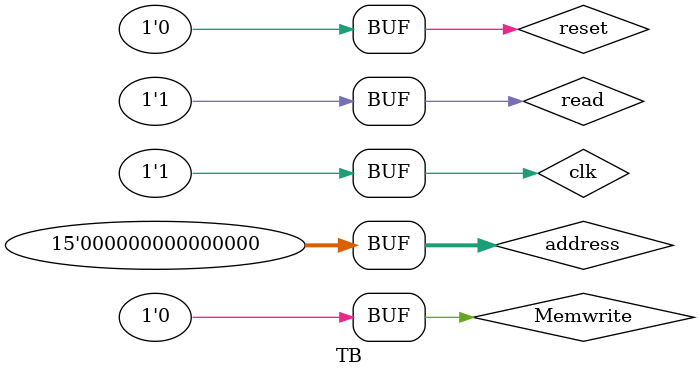
<source format=sv>
`timescale 1ns/1ns
module TB();
  
  logic clk=1,reset=1;
  logic [14:0] address;
  logic[31:0] data1, data2, data3, data4;
  logic Memread;
  logic Memwrite = 0;
  logic read = 1;
  logic [31:0] Out;
  logic[31:0] writeData;
  logic[13:0] counter_in;
  logic[13:0] counter_out;
  
  initial begin
    counter_in <= -1;
//    counter_out <= 0;
  end
  
  CacheMEM cache (counter_in, reset, clk, read, address, data1, data2, data3, data4, Memread, Out, counter_out);
  DataMemory memory (clk, address, writeData, Memread, Memwrite, data1, data2, data3, data4);
  
  always@(*)begin
    counter_in <= counter_out;
  end
//  assign counter_in = counter_out;
  
  initial repeat (32776)#60 clk=~clk;
  initial repeat (8194)#240 address=address+1;
  initial begin #240 reset=0; end
  initial begin #240 address = 1024; end
  initial begin address = 0; end
  
endmodule

</source>
